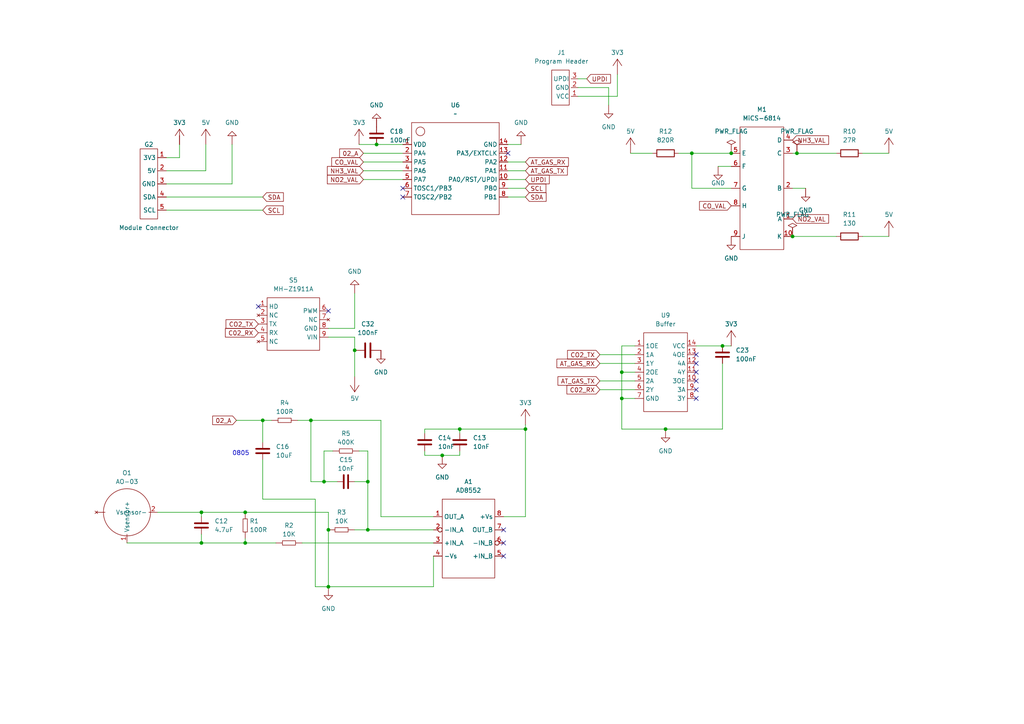
<source format=kicad_sch>
(kicad_sch (version 20250114) (generator "eeschema") (generator_version "9.0")
  (paper "A4")
  (lib_symbols
    (symbol "Device:C" (pin_numbers (hide yes)) (pin_names (offset 0.254))
      (property "Reference" "C" (at 0.635 2.54 0))
      (property "Value" "C" (at 0.635 -2.54 0))
      (symbol "C_0_1"
        (polyline (pts (xy -2.032 0.762) (xy 2.032 0.762)) (stroke (width 0.508)))
        (polyline (pts (xy -2.032 -0.762) (xy 2.032 -0.762)) (stroke (width 0.508)))
      )
      (symbol "C_1_1"
        (pin passive line (at 0 3.81 270) (length 2.794) (name "~") (number "1"))
        (pin passive line (at 0 -3.81 90) (length 2.794) (name "~") (number "2"))
      )
    )
    (symbol "Device:R" (pin_numbers (hide yes)) (pin_names (offset 0))
      (property "Reference" "R" (at 2.032 0 90))
      (property "Value" "R" (at 0 0 90))
      (symbol "R_0_1"
        (rectangle (start -1.016 -2.54) (end 1.016 2.54) (stroke (width 0.254)))
      )
      (symbol "R_1_1"
        (pin passive line (at 0 3.81 270) (length 1.27) (name "~") (number "1"))
        (pin passive line (at 0 -3.81 90) (length 1.27) (name "~") (number "2"))
      )
    )
    (symbol "air_sens_lib:AD8552"
      (property "Reference" "A" (at 0 0 0))
      (symbol "AD8552_0_1"
        (rectangle (start -5.08 25.4) (end 10.16 2.54))
      )
      (symbol "AD8552_1_1"
        (pin output line (at -7.62 20.32 0) (length 2.54) (name "OUT_A") (number "1"))
        (pin input inverted (at -7.62 16.51 0) (length 2.54) (name "-IN_A") (number "2"))
        (pin input line (at -7.62 12.7 0) (length 2.54) (name "+IN_A") (number "3"))
        (pin power_in line (at -7.62 8.89 0) (length 2.54) (name "-Vs") (number "4"))
        (pin power_in line (at 12.7 20.32 180) (length 2.54) (name "+Vs") (number "8"))
        (pin output line (at 12.7 16.51 180) (length 2.54) (name "OUT_B") (number "7"))
        (pin input inverted (at 12.7 12.7 180) (length 2.54) (name "-IN_B") (number "6"))
        (pin input line (at 12.7 8.89 180) (length 2.54) (name "+IN_B") (number "5"))
      )
    )
    (symbol "air_sens_lib:AO_03"
      (property "Reference" "O" (at 0 -9.144 0))
      (symbol "AO_03_0_1"
        (circle (center 0 2.54) (radius 6.8392))
      )
      (symbol "AO_03_1_1"
        (pin no_connect line (at -8.89 2.54 0) (length 2.54) (name "") (number ""))
        (pin passive line (at 0 11.43 270) (length 2.54) (name "Vsensor+") (number "1"))
        (pin passive line (at 8.89 2.54 180) (length 2.54) (name "Vsensor-") (number "2"))
      )
    )
    (symbol "air_sens_lib:ATtiny1614"
      (property "Reference" "U" (at 0 0 0))
      (symbol "ATtiny1614_0_1"
        (rectangle (start -13.97 31.75) (end 11.43 5.08))
        (circle (center -11.43 29.21) (radius 1.27))
      )
      (symbol "ATtiny1614_1_1"
        (pin power_in line (at -16.51 25.4 0) (length 2.54) (name "VDD") (number "1"))
        (pin bidirectional line (at -16.51 22.86 0) (length 2.54) (name "PA4") (number "2"))
        (pin bidirectional line (at -16.51 20.32 0) (length 2.54) (name "PA5") (number "3"))
        (pin bidirectional line (at -16.51 17.78 0) (length 2.54) (name "PA6") (number "4"))
        (pin bidirectional line (at -16.51 15.24 0) (length 2.54) (name "PA7") (number "5"))
        (pin bidirectional line (at -16.51 12.7 0) (length 2.54) (name "TOSC1/PB3") (number "6"))
        (pin bidirectional line (at -16.51 10.16 0) (length 2.54) (name "TOSC2/PB2") (number "7"))
        (pin power_in line (at 13.97 25.4 180) (length 2.54) (name "GND") (number "14"))
        (pin bidirectional line (at 13.97 22.86 180) (length 2.54) (name "PA3/EXTCLK") (number "13"))
        (pin bidirectional line (at 13.97 20.32 180) (length 2.54) (name "PA2") (number "12"))
        (pin bidirectional line (at 13.97 17.78 180) (length 2.54) (name "PA1") (number "11"))
        (pin bidirectional line (at 13.97 15.24 180) (length 2.54) (name "PA0/RST/UPDI") (number "10"))
        (pin bidirectional line (at 13.97 12.7 180) (length 2.54) (name "PB0") (number "9"))
        (pin bidirectional line (at 13.97 10.16 180) (length 2.54) (name "PB1") (number "8"))
      )
    )
    (symbol "air_sens_lib:ATtiny1614_programming_header"
      (property "Reference" "J" (at 0 0 0))
      (symbol "ATtiny1614_programming_header_0_1"
        (rectangle (start 0 16.51) (end 5.08 6.35))
      )
      (symbol "ATtiny1614_programming_header_1_1"
        (pin power_in line (at -2.54 13.97 0) (length 2) (name "VCC") (number "1"))
        (pin power_in line (at -2.54 11.43 0) (length 2) (name "GND") (number "2"))
        (pin bidirectional line (at -2.54 8.89 0) (length 2) (name "UPDI") (number "3"))
      )
    )
    (symbol "air_sens_lib:MH-Z1911A"
      (property "Reference" "S" (at 2.54 1.27 0))
      (symbol "MH-Z1911A_0_1"
        (rectangle (start -5.08 19.05) (end 10.16 3.81))
      )
      (symbol "MH-Z1911A_1_1"
        (pin bidirectional line (at -7.62 16.51 0) (length 2.54) (name "HD") (number "1"))
        (pin no_connect line (at -7.62 13.97 0) (length 2.54) (name "NC") (number "2"))
        (pin bidirectional line (at -7.62 11.43 0) (length 2.54) (name "TX") (number "3"))
        (pin input line (at -7.62 8.89 0) (length 2.54) (name "RX") (number "4"))
        (pin no_connect line (at -7.62 6.35 0) (length 2.54) (name "NC") (number "5"))
        (pin bidirectional line (at 12.7 15.24 180) (length 2.54) (name "PWM") (number "6"))
        (pin no_connect line (at 12.7 12.7 180) (length 2.54) (name "NC") (number "7"))
        (pin power_in line (at 12.7 10.16 180) (length 2.54) (name "GND") (number "8"))
        (pin power_in line (at 12.7 7.62 180) (length 2.54) (name "VIN") (number "9"))
      )
    )
    (symbol "air_sens_lib:MiCS-6814"
      (property "Reference" "M" (at 0 0 0))
      (symbol "MiCS-6814_0_1"
        (rectangle (start -8.89 38.1) (end 3.81 2.54))
      )
      (symbol "MiCS-6814_1_1"
        (pin power_in line (at -11.43 30.48 0) (length 2.54) (name "E") (number "5"))
        (pin power_in line (at -11.43 26.67 0) (length 2.54) (name "F") (number "6"))
        (pin power_in line (at -11.43 20.32 0) (length 2.54) (name "G") (number "7"))
        (pin output line (at -11.43 15.24 0) (length 2.54) (name "H") (number "8"))
        (pin power_in line (at -11.43 6.35 0) (length 2.54) (name "J") (number "9"))
        (pin output line (at 6.35 34.29 180) (length 2.54) (name "D") (number "4"))
        (pin power_in line (at 6.35 30.48 180) (length 2.54) (name "C") (number "3"))
        (pin power_in line (at 6.35 20.32 180) (length 2.54) (name "B") (number "2"))
        (pin output line (at 6.35 11.43 180) (length 2.54) (name "A") (number "1"))
        (pin power_in line (at 6.35 6.35 180) (length 2.54) (name "K") (number "10"))
      )
    )
    (symbol "air_sens_lib:SN74LVC125"
      (property "Reference" "U" (at 2.286 0 0))
      (symbol "SN74LVC125_0_1"
        (rectangle (start -3.81 25.4) (end 8.89 2.54))
      )
      (symbol "SN74LVC125_1_1"
        (pin input line (at -6.35 21.59 0) (length 2.54) (name "1OE") (number "1"))
        (pin input line (at -6.35 19.05 0) (length 2.54) (name "1A") (number "2"))
        (pin output line (at -6.35 16.51 0) (length 2.54) (name "1Y") (number "3"))
        (pin input line (at -6.35 13.97 0) (length 2.54) (name "2OE") (number "4"))
        (pin input line (at -6.35 11.43 0) (length 2.54) (name "2A") (number "5"))
        (pin output line (at -6.35 8.89 0) (length 2.54) (name "2Y") (number "6"))
        (pin power_in line (at -6.35 6.35 0) (length 2.54) (name "GND") (number "7"))
        (pin power_in line (at 11.43 21.59 180) (length 2.54) (name "VCC") (number "14"))
        (pin input line (at 11.43 19.05 180) (length 2.54) (name "4OE") (number "13"))
        (pin input line (at 11.43 16.51 180) (length 2.54) (name "4A") (number "12"))
        (pin output line (at 11.43 13.97 180) (length 2.54) (name "4Y") (number "11"))
        (pin input line (at 11.43 11.43 180) (length 2.54) (name "3OE") (number "10"))
        (pin input line (at 11.43 8.89 180) (length 2.54) (name "3A") (number "9"))
        (pin output line (at 11.43 6.35 180) (length 2.54) (name "3Y") (number "8"))
      )
    )
    (symbol "air_sens_lib:module_gpio"
      (property "Reference" "G" (at 5.842 3.048 0))
      (symbol "module_gpio_0_1"
        (rectangle (start 7.62 26.67) (end 2.54 6.35))
      )
      (symbol "module_gpio_1_1"
        (pin power_in line (at 10.16 24.13 180) (length 2.54) (name "3V3") (number "1"))
        (pin power_in line (at 10.16 20.32 180) (length 2.54) (name "5V") (number "2"))
        (pin power_in line (at 10.16 16.51 180) (length 2.54) (name "GND") (number "3"))
        (pin bidirectional line (at 10.16 12.7 180) (length 2.54) (name "SDA") (number "4"))
        (pin bidirectional line (at 10.16 8.89 180) (length 2.54) (name "SCL") (number "5"))
      )
    )
    (symbol "common:Capacitor" (pin_numbers (hide yes))
      (property "Reference" "C" (at 0 3.5 0))
      (property "Value" "F" (at 0 -4 0))
      (symbol "Capacitor_1_1"
        (polyline (pts (xy -0.635 1.905) (xy -0.635 -1.905)) (stroke (width 0.5)))
        (polyline (pts (xy 0.635 1.905) (xy 0.635 -1.905)) (stroke (width 0.5)))
        (pin passive line (at -2.54 0 0) (length 1.9) (name "~") (number "1"))
        (pin passive line (at 2.54 0 180) (length 1.9) (name "~") (number "2"))
      )
    )
    (symbol "common:Resistor" (pin_numbers (hide yes))
      (property "Reference" "R" (at 0 -2 0))
      (property "Value" "Ohm" (at 0 2 0))
      (symbol "Resistor_0_1"
        (rectangle (start -1.905 0.635) (end 1.905 -0.635))
      )
      (symbol "Resistor_1_1"
        (pin passive line (at -3.81 0 0) (length 1.9) (name "~") (number "1"))
        (pin passive line (at 3.81 0 180) (length 1.9) (name "~") (number "2"))
      )
    )
    (symbol "pwr:+3.3V" (power) (pin_numbers (hide yes)) (in_bom no) (on_board no)
      (property "Value" "3V3" (at 0 3 0))
      (symbol "+3.3V_0_1"
        (polyline (pts (xy 0 1.905) (xy -1.27 0)))
        (polyline (pts (xy 0 1.905) (xy 1.27 0)))
        (polyline (pts (xy 0 0) (xy 0 1.905)))
      )
      (symbol "+3.3V_1_1"
        (pin power_in line (at 0 -2.54 90) (length 2.54) (name "~") (number "1"))
      )
    )
    (symbol "pwr:+5V" (power) (pin_numbers (hide yes)) (in_bom no) (on_board no)
      (property "Value" "5V" (at 0 3 0))
      (symbol "+5V_0_1"
        (polyline (pts (xy 0 1.905) (xy -1.27 0)))
        (polyline (pts (xy 0 1.905) (xy 1.27 0)))
        (polyline (pts (xy 0 0) (xy 0 1.905)))
      )
      (symbol "+5V_1_1"
        (pin power_in line (at 0 -2.54 90) (length 2.54) (name "~") (number "1"))
      )
    )
    (symbol "pwr:GND" (power) (pin_numbers (hide yes)) (in_bom no) (on_board no)
      (property "Value" "GND" (at 0 -2.5 0))
      (symbol "GND_0_1"
        (polyline (pts (xy 0 0) (xy 1.27 0) (xy 0 -1.27) (xy -1.27 0) (xy 0 0)))
      )
      (symbol "GND_1_1"
        (pin power_in line (at 0 2.54 270) (length 2.54) (name "~") (number "1"))
      )
    )
    (symbol "pwr:PWR_FLAG" (power) (pin_numbers (hide yes)) (in_bom no) (on_board no)
      (property "Value" "PWR_FLAG" (at 0 2.5 0))
      (symbol "PWR_FLAG_0_1"
        (polyline (pts (xy 0 1.27) (xy -1.27 0.635) (xy 0 0) (xy 1.27 0.635) (xy 0 1.27)))
      )
      (symbol "PWR_FLAG_1_1"
        (pin power_out line (at 0 -2.54 90) (length 2.54) (name "~") (number "1"))
      )
    )
  )
  (text "0805" (at 69.85 131.572 0) (effects (font (size 1.27 1.27))))
  (junction (at 180.34 107.95))
  (junction (at 58.42 157.48))
  (junction (at 71.12 148.59))
  (junction (at 71.12 157.48))
  (junction (at 128.27 132.08))
  (junction (at 102.87 101.6))
  (junction (at 109.22 41.91))
  (junction (at 93.98 139.7))
  (junction (at 95.25 153.67))
  (junction (at 90.17 121.92))
  (junction (at 106.68 139.7))
  (junction (at 152.4 124.46))
  (junction (at 76.2 121.92))
  (junction (at 209.55 100.33))
  (junction (at 95.25 170.18))
  (junction (at 231.14 44.45))
  (junction (at 58.42 148.59))
  (junction (at 200.66 44.45))
  (junction (at 180.34 115.57))
  (junction (at 106.68 153.67))
  (junction (at 229.87 68.58))
  (junction (at 133.35 124.46))
  (junction (at 212.09 44.45))
  (junction (at 193.04 124.46))
  (no_connect (at 146.05 161.29))
  (no_connect (at 201.93 102.87))
  (no_connect (at 116.84 54.61))
  (no_connect (at 201.93 113.03))
  (no_connect (at 95.25 90.17))
  (no_connect (at 147.32 44.45))
  (no_connect (at 201.93 110.49))
  (no_connect (at 201.93 107.95))
  (no_connect (at 201.93 115.57))
  (no_connect (at 146.05 157.48))
  (no_connect (at 116.84 57.15))
  (no_connect (at 74.93 88.9))
  (no_connect (at 146.05 153.67))
  (no_connect (at 201.93 105.41))
  (wire (pts (xy 125.73 149.86) (xy 110.49 149.86)))
  (wire (pts (xy 106.68 153.67) (xy 125.73 153.67)))
  (wire (pts (xy 180.34 115.57) (xy 180.34 124.46)))
  (wire (pts (xy 102.87 101.6) (xy 102.87 109.22)))
  (wire (pts (xy 71.12 157.48) (xy 80.01 157.48)))
  (wire (pts (xy 180.34 124.46) (xy 193.04 124.46)))
  (wire (pts (xy 96.52 130.81) (xy 93.98 130.81)))
  (wire (pts (xy 87.63 157.48) (xy 125.73 157.48)))
  (wire (pts (xy 173.99 102.87) (xy 184.15 102.87)))
  (wire (pts (xy 91.44 144.78) (xy 91.44 170.18)))
  (wire (pts (xy 95.25 148.59) (xy 95.25 153.67)))
  (wire (pts (xy 176.53 25.4) (xy 176.53 30.48)))
  (wire (pts (xy 152.4 124.46) (xy 152.4 123.19)))
  (wire (pts (xy 58.42 148.59) (xy 58.42 149.86)))
  (wire (pts (xy 59.69 49.53) (xy 59.69 41.91)))
  (wire (pts (xy 233.68 54.61) (xy 229.87 54.61)))
  (wire (pts (xy 52.07 45.72) (xy 52.07 41.91)))
  (wire (pts (xy 133.35 124.46) (xy 152.4 124.46)))
  (wire (pts (xy 105.41 52.07) (xy 116.84 52.07)))
  (wire (pts (xy 76.2 121.92) (xy 78.74 121.92)))
  (wire (pts (xy 48.26 57.15) (xy 76.2 57.15)))
  (wire (pts (xy 104.14 41.91) (xy 109.22 41.91)))
  (wire (pts (xy 90.17 121.92) (xy 86.36 121.92)))
  (wire (pts (xy 48.26 60.96) (xy 76.2 60.96)))
  (wire (pts (xy 209.55 124.46) (xy 193.04 124.46)))
  (wire (pts (xy 200.66 54.61) (xy 200.66 44.45)))
  (wire (pts (xy 231.14 44.45) (xy 242.57 44.45)))
  (wire (pts (xy 151.13 41.91) (xy 147.32 41.91)))
  (wire (pts (xy 123.19 132.08) (xy 123.19 130.81)))
  (wire (pts (xy 170.18 22.86) (xy 167.64 22.86)))
  (wire (pts (xy 67.31 53.34) (xy 67.31 41.91)))
  (wire (pts (xy 105.41 46.99) (xy 116.84 46.99)))
  (wire (pts (xy 106.68 130.81) (xy 104.14 130.81)))
  (wire (pts (xy 209.55 100.33) (xy 212.09 100.33)))
  (wire (pts (xy 229.87 44.45) (xy 231.14 44.45)))
  (wire (pts (xy 71.12 148.59) (xy 95.25 148.59)))
  (wire (pts (xy 58.42 157.48) (xy 58.42 154.94)))
  (wire (pts (xy 173.99 105.41) (xy 184.15 105.41)))
  (wire (pts (xy 250.19 44.45) (xy 257.81 44.45)))
  (wire (pts (xy 90.17 139.7) (xy 90.17 121.92)))
  (wire (pts (xy 173.99 110.49) (xy 184.15 110.49)))
  (wire (pts (xy 110.49 149.86) (xy 110.49 121.92)))
  (wire (pts (xy 58.42 157.48) (xy 71.12 157.48)))
  (wire (pts (xy 125.73 161.29) (xy 125.73 170.18)))
  (wire (pts (xy 123.19 124.46) (xy 123.19 125.73)))
  (wire (pts (xy 110.49 121.92) (xy 90.17 121.92)))
  (wire (pts (xy 173.99 113.03) (xy 184.15 113.03)))
  (wire (pts (xy 91.44 170.18) (xy 95.25 170.18)))
  (wire (pts (xy 93.98 139.7) (xy 90.17 139.7)))
  (wire (pts (xy 109.22 41.91) (xy 116.84 41.91)))
  (wire (pts (xy 102.87 153.67) (xy 106.68 153.67)))
  (wire (pts (xy 97.79 139.7) (xy 93.98 139.7)))
  (wire (pts (xy 250.19 68.58) (xy 257.81 68.58)))
  (wire (pts (xy 48.26 49.53) (xy 59.69 49.53)))
  (wire (pts (xy 45.72 148.59) (xy 58.42 148.59)))
  (wire (pts (xy 196.85 44.45) (xy 200.66 44.45)))
  (wire (pts (xy 102.87 139.7) (xy 106.68 139.7)))
  (wire (pts (xy 71.12 157.48) (xy 71.12 156.21)))
  (wire (pts (xy 152.4 57.15) (xy 147.32 57.15)))
  (wire (pts (xy 133.35 132.08) (xy 133.35 130.81)))
  (wire (pts (xy 152.4 149.86) (xy 152.4 124.46)))
  (wire (pts (xy 152.4 54.61) (xy 147.32 54.61)))
  (wire (pts (xy 102.87 95.25) (xy 102.87 85.09)))
  (wire (pts (xy 95.25 153.67) (xy 95.25 170.18)))
  (wire (pts (xy 76.2 121.92) (xy 76.2 128.27)))
  (wire (pts (xy 201.93 100.33) (xy 209.55 100.33)))
  (wire (pts (xy 180.34 107.95) (xy 180.34 115.57)))
  (wire (pts (xy 208.28 48.26) (xy 212.09 48.26)))
  (wire (pts (xy 200.66 44.45) (xy 212.09 44.45)))
  (wire (pts (xy 93.98 130.81) (xy 93.98 139.7)))
  (wire (pts (xy 167.64 27.94) (xy 179.07 27.94)))
  (wire (pts (xy 102.87 101.6) (xy 102.87 97.79)))
  (wire (pts (xy 180.34 100.33) (xy 180.34 107.95)))
  (wire (pts (xy 133.35 125.73) (xy 133.35 124.46)))
  (wire (pts (xy 106.68 139.7) (xy 106.68 130.81)))
  (wire (pts (xy 105.41 44.45) (xy 116.84 44.45)))
  (wire (pts (xy 179.07 27.94) (xy 179.07 21.59)))
  (wire (pts (xy 212.09 54.61) (xy 200.66 54.61)))
  (wire (pts (xy 48.26 45.72) (xy 52.07 45.72)))
  (wire (pts (xy 76.2 144.78) (xy 91.44 144.78)))
  (wire (pts (xy 48.26 53.34) (xy 67.31 53.34)))
  (wire (pts (xy 105.41 49.53) (xy 116.84 49.53)))
  (wire (pts (xy 76.2 133.35) (xy 76.2 144.78)))
  (wire (pts (xy 147.32 46.99) (xy 152.4 46.99)))
  (wire (pts (xy 125.73 170.18) (xy 95.25 170.18)))
  (wire (pts (xy 184.15 115.57) (xy 180.34 115.57)))
  (wire (pts (xy 184.15 107.95) (xy 180.34 107.95)))
  (wire (pts (xy 106.68 153.67) (xy 106.68 139.7)))
  (wire (pts (xy 123.19 132.08) (xy 128.27 132.08)))
  (wire (pts (xy 95.25 95.25) (xy 102.87 95.25)))
  (wire (pts (xy 102.87 97.79) (xy 95.25 97.79)))
  (wire (pts (xy 209.55 105.41) (xy 209.55 124.46)))
  (wire (pts (xy 167.64 25.4) (xy 176.53 25.4)))
  (wire (pts (xy 36.83 157.48) (xy 58.42 157.48)))
  (wire (pts (xy 229.87 68.58) (xy 242.57 68.58)))
  (wire (pts (xy 146.05 149.86) (xy 152.4 149.86)))
  (wire (pts (xy 58.42 148.59) (xy 71.12 148.59)))
  (wire (pts (xy 123.19 124.46) (xy 133.35 124.46)))
  (wire (pts (xy 184.15 100.33) (xy 180.34 100.33)))
  (wire (pts (xy 182.88 44.45) (xy 189.23 44.45)))
  (wire (pts (xy 68.58 121.92) (xy 76.2 121.92)))
  (wire (pts (xy 128.27 132.08) (xy 133.35 132.08)))
  (wire (pts (xy 147.32 52.07) (xy 152.4 52.07)))
  (wire (pts (xy 147.32 49.53) (xy 152.4 49.53)))
  (global_label "02_A" (shape input) (at 105.41 44.45 180) (property "Intersheetrefs" "${INTERSHEET_REFS}" (effects (hide yes))))
  (global_label "SDA" (shape input) (at 76.2 57.15 0) (property "Intersheetrefs" "${INTERSHEET_REFS}" (effects (hide yes))))
  (global_label "UPDI" (shape input) (at 170.18 22.86 0) (property "Intersheetrefs" "${INTERSHEET_REFS}" (effects (hide yes))))
  (global_label "NH3_VAL" (shape input) (at 105.41 49.53 180) (property "Intersheetrefs" "${INTERSHEET_REFS}" (effects (hide yes))))
  (global_label "C02_RX" (shape input) (at 173.99 113.03 180) (property "Intersheetrefs" "${INTERSHEET_REFS}" (effects (hide yes))))
  (global_label "AT_GAS_TX" (shape input) (at 152.4 49.53 0) (property "Intersheetrefs" "${INTERSHEET_REFS}" (effects (hide yes))))
  (global_label "AT_GAS_TX" (shape input) (at 173.99 110.49 180) (property "Intersheetrefs" "${INTERSHEET_REFS}" (effects (hide yes))))
  (global_label "NH3_VAL" (shape input) (at 229.87 40.64 0) (property "Intersheetrefs" "${INTERSHEET_REFS}" (effects (hide yes))))
  (global_label "UPDI" (shape input) (at 152.4 52.07 0) (property "Intersheetrefs" "${INTERSHEET_REFS}" (effects (hide yes))))
  (global_label "CO2_TX" (shape input) (at 173.99 102.87 180) (property "Intersheetrefs" "${INTERSHEET_REFS}" (effects (hide yes))))
  (global_label "AT_GAS_RX" (shape input) (at 152.4 46.99 0) (property "Intersheetrefs" "${INTERSHEET_REFS}" (effects (hide yes))))
  (global_label "CO_VAL" (shape input) (at 212.09 59.69 180) (property "Intersheetrefs" "${INTERSHEET_REFS}" (effects (hide yes))))
  (global_label "CO_VAL" (shape input) (at 105.41 46.99 180) (property "Intersheetrefs" "${INTERSHEET_REFS}" (effects (hide yes))))
  (global_label "02_A" (shape input) (at 68.58 121.92 180) (property "Intersheetrefs" "${INTERSHEET_REFS}" (effects (hide yes))))
  (global_label "NO2_VAL" (shape input) (at 229.87 63.5 0) (property "Intersheetrefs" "${INTERSHEET_REFS}" (effects (hide yes))))
  (global_label "SCL" (shape input) (at 152.4 54.61 0) (property "Intersheetrefs" "${INTERSHEET_REFS}" (effects (hide yes))))
  (global_label "SDA" (shape input) (at 152.4 57.15 0) (property "Intersheetrefs" "${INTERSHEET_REFS}" (effects (hide yes))))
  (global_label "C02_RX" (shape input) (at 74.93 96.52 180) (property "Intersheetrefs" "${INTERSHEET_REFS}" (effects (hide yes))))
  (global_label "NO2_VAL" (shape input) (at 105.41 52.07 180) (property "Intersheetrefs" "${INTERSHEET_REFS}" (effects (hide yes))))
  (global_label "AT_GAS_RX" (shape input) (at 173.99 105.41 180) (property "Intersheetrefs" "${INTERSHEET_REFS}" (effects (hide yes))))
  (global_label "SCL" (shape input) (at 76.2 60.96 0) (property "Intersheetrefs" "${INTERSHEET_REFS}" (effects (hide yes))))
  (global_label "CO2_TX" (shape input) (at 74.93 93.98 180) (property "Intersheetrefs" "${INTERSHEET_REFS}" (effects (hide yes))))
  (symbol (lib_id "common:Capacitor") (at 58.42 152.4 90) (unit 1)
    (property "Reference" "C12" (at 62.23 151.1299 90) (effects (justify right)))
    (property "Value" "4.7uF" (at 62.23 153.6699 90) (effects (justify right)))
    (property "Footprint" "common:C_0805" (effects (hide yes)))
    (property "Description" "Unpolarized Capacitor" (effects (hide yes)))
  )
  (symbol (lib_id "pwr:GND") (at 95.25 172.72 0) (unit 1) (in_bom no) (on_board no)
    (property "Reference" "#GND01" (effects (hide yes)))
    (property "Value" "GND" (at 95.25 176.53 0))
    (property "Description" "Ground" (effects (hide yes)))
  )
  (symbol (lib_id "common:Resistor") (at 71.12 152.4 90) (unit 1)
    (property "Reference" "R1" (at 72.39 151.1299 90) (effects (justify right)))
    (property "Value" "100R" (at 72.39 153.6699 90) (effects (justify right)))
    (property "Footprint" "common:R_0603" (effects (hide yes)))
    (property "Description" "Resistor" (effects (hide yes)))
  )
  (symbol (lib_id "common:Resistor") (at 99.06 153.67 0) (unit 1)
    (property "Reference" "R3" (at 99.06 148.59 0))
    (property "Value" "10K" (at 99.06 151.13 0))
    (property "Footprint" "common:R_0603" (effects (hide yes)))
    (property "Description" "Resistor" (effects (hide yes)))
  )
  (symbol (lib_id "pwr:GND") (at 193.04 127 0) (unit 1) (in_bom no) (on_board no)
    (property "Reference" "#GND012" (effects (hide yes)))
    (property "Value" "GND" (at 193.04 130.81 0))
    (property "Description" "Ground" (effects (hide yes)))
  )
  (symbol (lib_id "common:Capacitor") (at 209.55 102.87 90) (unit 1)
    (property "Reference" "C23" (at 213.36 101.5999 90) (effects (justify right)))
    (property "Value" "100nF" (at 213.36 104.1399 90) (effects (justify right)))
    (property "Footprint" "common:C_0603" (effects (hide yes)))
    (property "Description" "Unpolarized Capacitor" (effects (hide yes)))
  )
  (symbol (lib_id "pwr:GND") (at 208.28 50.8 0) (unit 1) (in_bom no) (on_board no)
    (property "Reference" "#GND029" (effects (hide yes)))
    (property "Value" "GND" (at 208.28 53.086 0))
    (property "Description" "Ground" (effects (hide yes)))
  )
  (symbol (lib_id "pwr:GND") (at 102.87 82.55 180) (unit 1) (in_bom no) (on_board no)
    (property "Reference" "#GND025" (effects (hide yes)))
    (property "Value" "GND" (at 102.87 78.74 0))
    (property "Description" "Ground" (effects (hide yes)))
  )
  (symbol (lib_id "common:Capacitor") (at 100.33 139.7 0) (unit 1)
    (property "Reference" "C15" (at 100.33 133.35 0))
    (property "Value" "10nF" (at 100.33 135.89 0))
    (property "Footprint" "common:C_0603" (effects (hide yes)))
    (property "Description" "Unpolarized Capacitor" (effects (hide yes)))
  )
  (symbol (lib_id "pwr:GND") (at 233.68 57.15 0) (unit 1) (in_bom no) (on_board no)
    (property "Reference" "#GND028" (effects (hide yes)))
    (property "Value" "GND" (at 233.68 60.96 0))
    (property "Description" "Ground" (effects (hide yes)))
  )
  (symbol (lib_id "pwr:+5V") (at 182.88 41.91 0) (unit 1) (in_bom no) (on_board no)
    (property "Reference" "#5V012" (effects (hide yes)))
    (property "Value" "5V" (at 182.88 38.1 0))
    (property "Description" "+5V" (effects (hide yes)))
  )
  (symbol (lib_id "pwr:GND") (at 128.27 134.62 0) (unit 1) (in_bom no) (on_board no)
    (property "Reference" "#GND02" (effects (hide yes)))
    (property "Value" "GND" (at 128.27 138.43 0))
    (property "Description" "Ground" (effects (hide yes)))
  )
  (symbol (lib_id "pwr:GND") (at 110.49 104.14 0) (unit 1) (in_bom no) (on_board no)
    (property "Reference" "#GND041" (effects (hide yes)))
    (property "Value" "GND" (at 110.49 107.95 0))
    (property "Description" "Ground" (effects (hide yes)))
  )
  (symbol (lib_id "common:Capacitor") (at 109.22 39.37 90) (unit 1)
    (property "Reference" "C18" (at 113.03 38.0999 90) (effects (justify right)))
    (property "Value" "100nF" (at 113.03 40.6399 90) (effects (justify right)))
    (property "Footprint" "common:C_0603" (effects (hide yes)))
    (property "Description" "Unpolarized Capacitor" (effects (hide yes)))
  )
  (symbol (lib_id "Device:C") (at 106.68 101.6 90) (unit 1)
    (property "Reference" "C32" (at 106.68 93.98 90))
    (property "Value" "100nF" (at 106.68 96.52 90))
    (property "Footprint" "common:C_0603" (effects (hide yes)))
    (property "Description" "Unpolarized capacitor" (effects (hide yes)))
  )
  (symbol (lib_id "air_sens_lib:ATtiny1614") (at 133.35 67.31 0) (unit 1)
    (property "Reference" "U6" (at 132.08 30.48 0))
    (property "Value" "~" (at 132.08 33.02 0))
    (property "Footprint" "air_sens_foots:ATtiny1614" (effects (hide yes)))
  )
  (symbol (lib_id "Device:R") (at 246.38 68.58 90) (unit 1)
    (property "Reference" "R11" (at 246.38 62.23 90))
    (property "Value" "130" (at 246.38 64.77 90))
    (property "Footprint" "common:R_0603" (effects (hide yes)))
    (property "Description" "Resistor" (effects (hide yes)))
  )
  (symbol (lib_id "air_sens_lib:MiCS-6814") (at 223.52 74.93 0) (unit 1)
    (property "Reference" "M1" (at 220.98 31.75 0))
    (property "Value" "MiCS-6814" (at 220.98 34.29 0))
    (property "Footprint" "air_sens_foots:MiCS-6814" (effects (hide yes)))
  )
  (symbol (lib_id "pwr:+3.3V") (at 152.4 120.65 0) (unit 1) (in_bom no) (on_board no)
    (property "Reference" "#3V020" (effects (hide yes)))
    (property "Value" "3V3" (at 152.4 116.84 0))
    (property "Description" "+3.3V" (effects (hide yes)))
  )
  (symbol (lib_id "pwr:+3.3V") (at 52.07 39.37 0) (unit 1) (in_bom no) (on_board no)
    (property "Reference" "#3V016" (effects (hide yes)))
    (property "Value" "3V3" (at 52.07 35.56 0))
    (property "Description" "+3.3V" (effects (hide yes)))
  )
  (symbol (lib_id "air_sens_lib:AD8552") (at 133.35 170.18 0) (unit 1)
    (property "Reference" "A1" (at 135.89 139.7 0))
    (property "Value" "AD8552" (at 135.89 142.24 0))
    (property "Footprint" "air_sens_foots:AD8552" (effects (hide yes)))
  )
  (symbol (lib_id "pwr:+5V") (at 59.69 39.37 0) (unit 1) (in_bom no) (on_board no)
    (property "Reference" "#5V011" (effects (hide yes)))
    (property "Value" "5V" (at 59.69 35.56 0))
    (property "Description" "+5V" (effects (hide yes)))
  )
  (symbol (lib_id "air_sens_lib:module_gpio") (at 38.1 69.85 0) (unit 1)
    (property "Reference" "G2" (at 43.18 41.91 0))
    (property "Value" "Module Connector" (at 43.18 66.04 0))
    (property "Footprint" "air_sens_foots:GPIO_HEADER" (effects (hide yes)))
  )
  (symbol (lib_id "common:Resistor") (at 100.33 130.81 0) (unit 1)
    (property "Reference" "R5" (at 100.33 125.73 0))
    (property "Value" "400K" (at 100.33 128.27 0))
    (property "Footprint" "common:R_0603" (effects (hide yes)))
    (property "Description" "Resistor" (effects (hide yes)))
  )
  (symbol (lib_id "common:Resistor") (at 83.82 157.48 0) (unit 1)
    (property "Reference" "R2" (at 83.82 152.4 0))
    (property "Value" "10K" (at 83.82 154.94 0))
    (property "Footprint" "common:R_0603" (effects (hide yes)))
    (property "Description" "Resistor" (effects (hide yes)))
  )
  (symbol (lib_id "pwr:+5V") (at 102.87 111.76 180) (unit 1) (in_bom no) (on_board no)
    (property "Reference" "#5V015" (effects (hide yes)))
    (property "Value" "5V" (at 102.87 115.57 0))
    (property "Description" "+5V" (effects (hide yes)))
  )
  (symbol (lib_id "Device:R") (at 193.04 44.45 90) (unit 1)
    (property "Reference" "R12" (at 193.04 38.1 90))
    (property "Value" "820R" (at 193.04 40.64 90))
    (property "Footprint" "common:R_0603" (effects (hide yes)))
    (property "Description" "Resistor" (effects (hide yes)))
  )
  (symbol (lib_id "pwr:GND") (at 176.53 33.02 0) (unit 1) (in_bom no) (on_board no)
    (property "Reference" "#GND04" (effects (hide yes)))
    (property "Value" "GND" (at 176.53 36.83 0))
    (property "Description" "Ground" (effects (hide yes)))
  )
  (symbol (lib_id "air_sens_lib:ATtiny1614_programming_header") (at 165.1 13.97 180) (unit 1)
    (property "Reference" "J1" (at 162.83 15.24 0))
    (property "Value" "Program Header" (at 162.83 17.78 0))
    (property "Footprint" "air_sens_foots:ATtiny_Programming_Header" (effects (hide yes)))
  )
  (symbol (lib_id "Device:R") (at 246.38 44.45 90) (unit 1)
    (property "Reference" "R10" (at 246.38 38.1 90))
    (property "Value" "27R" (at 246.38 40.64 90))
    (property "Footprint" "common:R_0603" (effects (hide yes)))
    (property "Description" "Resistor" (effects (hide yes)))
  )
  (symbol (lib_id "pwr:PWR_FLAG") (at 231.14 41.91 0) (unit 1) (in_bom no) (on_board no)
    (property "Reference" "#FLAG06" (effects (hide yes)))
    (property "Value" "PWR_FLAG" (at 231.14 38.1 0))
    (property "Description" "Power Flag" (effects (hide yes)))
  )
  (symbol (lib_id "air_sens_lib:MH-Z1911A") (at 82.55 105.41 0) (unit 1)
    (property "Reference" "S5" (at 85.09 81.28 0))
    (property "Value" "MH-Z1911A" (at 85.09 83.82 0))
    (property "Footprint" "air_sens_foots:MH-Z1911A" (effects (hide yes)))
  )
  (symbol (lib_id "pwr:+3.3V") (at 104.14 39.37 0) (unit 1) (in_bom no) (on_board no)
    (property "Reference" "#3V017" (effects (hide yes)))
    (property "Value" "3V3" (at 104.14 35.56 0))
    (property "Description" "+3.3V" (effects (hide yes)))
  )
  (symbol (lib_id "pwr:+3.3V") (at 212.09 97.79 0) (unit 1) (in_bom no) (on_board no)
    (property "Reference" "#3V019" (effects (hide yes)))
    (property "Value" "3V3" (at 212.09 93.98 0))
    (property "Description" "+3.3V" (effects (hide yes)))
  )
  (symbol (lib_id "air_sens_lib:SN74LVC125") (at 190.5 121.92 0) (unit 1)
    (property "Reference" "U9" (at 193.04 91.44 0))
    (property "Value" "Buffer" (at 193.04 93.98 0))
    (property "Footprint" "air_sens_foots:SN74LVC125" (effects (hide yes)))
  )
  (symbol (lib_id "common:Capacitor") (at 76.2 130.81 90) (unit 1)
    (property "Reference" "C16" (at 80.01 129.5399 90) (effects (justify right)))
    (property "Value" "10uF" (at 80.01 132.0799 90) (effects (justify right)))
    (property "Footprint" "common:C_0805" (effects (hide yes)))
    (property "Description" "Unpolarized Capacitor" (effects (hide yes)))
  )
  (symbol (lib_id "pwr:GND") (at 212.09 71.12 0) (unit 1) (in_bom no) (on_board no)
    (property "Reference" "#GND030" (effects (hide yes)))
    (property "Value" "GND" (at 212.09 74.93 0))
    (property "Description" "Ground" (effects (hide yes)))
  )
  (symbol (lib_id "common:Resistor") (at 82.55 121.92 0) (unit 1)
    (property "Reference" "R4" (at 82.55 116.84 0))
    (property "Value" "100R" (at 82.55 119.38 0))
    (property "Footprint" "common:R_0603" (effects (hide yes)))
    (property "Description" "Resistor" (effects (hide yes)))
  )
  (symbol (lib_id "pwr:+5V") (at 257.81 66.04 0) (unit 1) (in_bom no) (on_board no)
    (property "Reference" "#5V014" (effects (hide yes)))
    (property "Value" "5V" (at 257.81 62.23 0))
    (property "Description" "+5V" (effects (hide yes)))
  )
  (symbol (lib_id "pwr:+5V") (at 257.81 41.91 0) (unit 1) (in_bom no) (on_board no)
    (property "Reference" "#5V013" (effects (hide yes)))
    (property "Value" "5V" (at 257.81 38.1 0))
    (property "Description" "+5V" (effects (hide yes)))
  )
  (symbol (lib_id "air_sens_lib:AO_03") (at 36.83 146.05 0) (mirror x) (unit 1)
    (property "Reference" "O1" (at 36.83 137.16 0))
    (property "Value" "AO-03" (at 36.83 139.7 0))
    (property "Footprint" "air_sens_foots:AO_03" (effects (hide yes)))
  )
  (symbol (lib_id "pwr:GND") (at 151.13 39.37 180) (unit 1) (in_bom no) (on_board no)
    (property "Reference" "#GND03" (effects (hide yes)))
    (property "Value" "GND" (at 151.13 35.56 0))
    (property "Description" "Ground" (effects (hide yes)))
  )
  (symbol (lib_id "common:Capacitor") (at 133.35 128.27 90) (unit 1)
    (property "Reference" "C13" (at 137.16 126.9999 90) (effects (justify right)))
    (property "Value" "10nF" (at 137.16 129.5399 90) (effects (justify right)))
    (property "Footprint" "common:C_0603" (effects (hide yes)))
    (property "Description" "Unpolarized Capacitor" (effects (hide yes)))
  )
  (symbol (lib_id "pwr:GND") (at 67.31 39.37 180) (unit 1) (in_bom no) (on_board no)
    (property "Reference" "#GND036" (effects (hide yes)))
    (property "Value" "GND" (at 67.31 35.56 0))
    (property "Description" "Ground" (effects (hide yes)))
  )
  (symbol (lib_id "common:Capacitor") (at 123.19 128.27 90) (unit 1)
    (property "Reference" "C14" (at 127 126.9999 90) (effects (justify right)))
    (property "Value" "10nF" (at 127 129.5399 90) (effects (justify right)))
    (property "Footprint" "common:C_0603" (effects (hide yes)))
    (property "Description" "Unpolarized Capacitor" (effects (hide yes)))
  )
  (symbol (lib_id "pwr:+3.3V") (at 179.07 19.05 0) (unit 1) (in_bom no) (on_board no)
    (property "Reference" "#3V018" (effects (hide yes)))
    (property "Value" "3V3" (at 179.07 15.24 0))
    (property "Description" "+3.3V" (effects (hide yes)))
  )
  (symbol (lib_id "pwr:PWR_FLAG") (at 212.09 41.91 0) (unit 1) (in_bom no) (on_board no)
    (property "Reference" "#FLAG05" (effects (hide yes)))
    (property "Value" "PWR_FLAG" (at 212.09 38.1 0))
    (property "Description" "Power Flag" (effects (hide yes)))
  )
  (symbol (lib_id "pwr:PWR_FLAG") (at 229.87 66.04 0) (unit 1) (in_bom no) (on_board no)
    (property "Reference" "#FLAG07" (effects (hide yes)))
    (property "Value" "PWR_FLAG" (at 229.87 62.23 0))
    (property "Description" "Power Flag" (effects (hide yes)))
  )
  (symbol (lib_id "pwr:GND") (at 109.22 34.29 180) (unit 1) (in_bom no) (on_board no)
    (property "Reference" "#GND042" (effects (hide yes)))
    (property "Value" "GND" (at 109.22 30.48 0))
    (property "Description" "Ground" (effects (hide yes)))
  )
)
</source>
